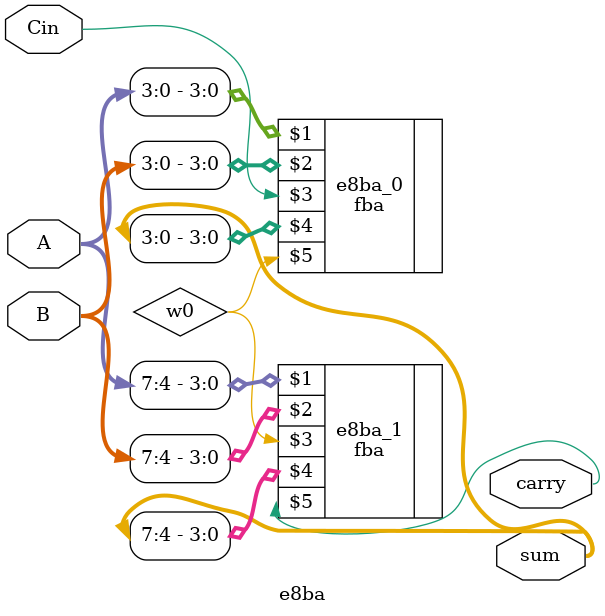
<source format=v>
`include "fba.v"
module e8ba(A,B,Cin,sum,carry);
input [7:0] A,B;
output [7:0] sum;
input Cin;
output carry;
wire w0;
fba e8ba_0(A[3:0],B[3:0],Cin,sum[3:0],w0);
fba e8ba_1(A[7:4],B[7:4],w0,sum[7:4],carry);
endmodule


</source>
